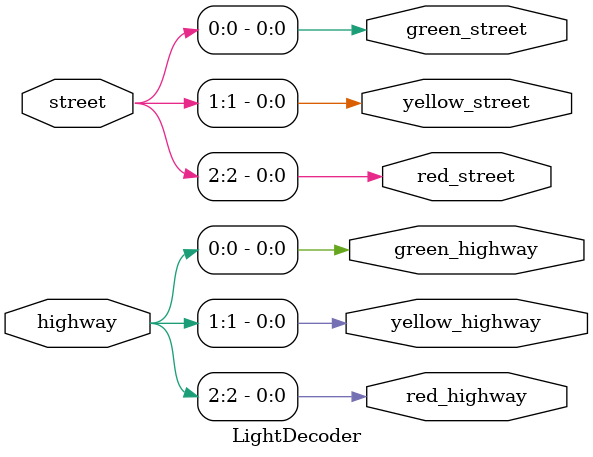
<source format=v>
`timescale 1ns / 1ps
module LightDecoder(
    input [2:0] highway,
    input [2:0] street,
    output red_highway,
    output yellow_highway,
    output green_highway,
    output red_street,
    output yellow_street,
    output green_street
    );
	 
	 assign red_highway = highway[2];
	 assign yellow_highway = highway[1];
	 assign green_highway = highway[0];
	 assign red_street = street[2];
	 assign yellow_street = street[1];
	 assign green_street = street[0]; 

endmodule

</source>
